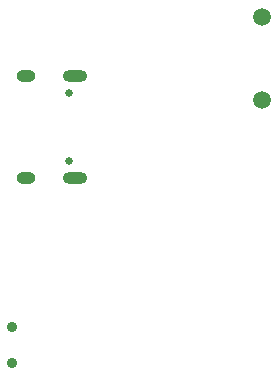
<source format=gbr>
%TF.GenerationSoftware,KiCad,Pcbnew,(6.0.0)*%
%TF.CreationDate,2023-02-19T23:28:08+01:00*%
%TF.ProjectId,DETECTIVE BOYS BADGE,44455445-4354-4495-9645-20424f595320,rev?*%
%TF.SameCoordinates,Original*%
%TF.FileFunction,Soldermask,Bot*%
%TF.FilePolarity,Negative*%
%FSLAX46Y46*%
G04 Gerber Fmt 4.6, Leading zero omitted, Abs format (unit mm)*
G04 Created by KiCad (PCBNEW (6.0.0)) date 2023-02-19 23:28:08*
%MOMM*%
%LPD*%
G01*
G04 APERTURE LIST*
%ADD10C,1.500000*%
%ADD11C,0.900000*%
%ADD12C,0.650000*%
%ADD13O,1.600000X1.000000*%
%ADD14O,2.100000X1.000000*%
G04 APERTURE END LIST*
D10*
%TO.C,J1*%
X154400000Y-106855000D03*
X154400000Y-113855000D03*
%TD*%
D11*
%TO.C,SW1*%
X133245000Y-136100000D03*
X133245000Y-133100000D03*
%TD*%
D12*
%TO.C,USB1*%
X138050000Y-119040000D03*
X138050000Y-113260000D03*
D13*
X134400000Y-111830000D03*
D14*
X138580000Y-111830000D03*
X138580000Y-120470000D03*
D13*
X134400000Y-120470000D03*
%TD*%
M02*

</source>
